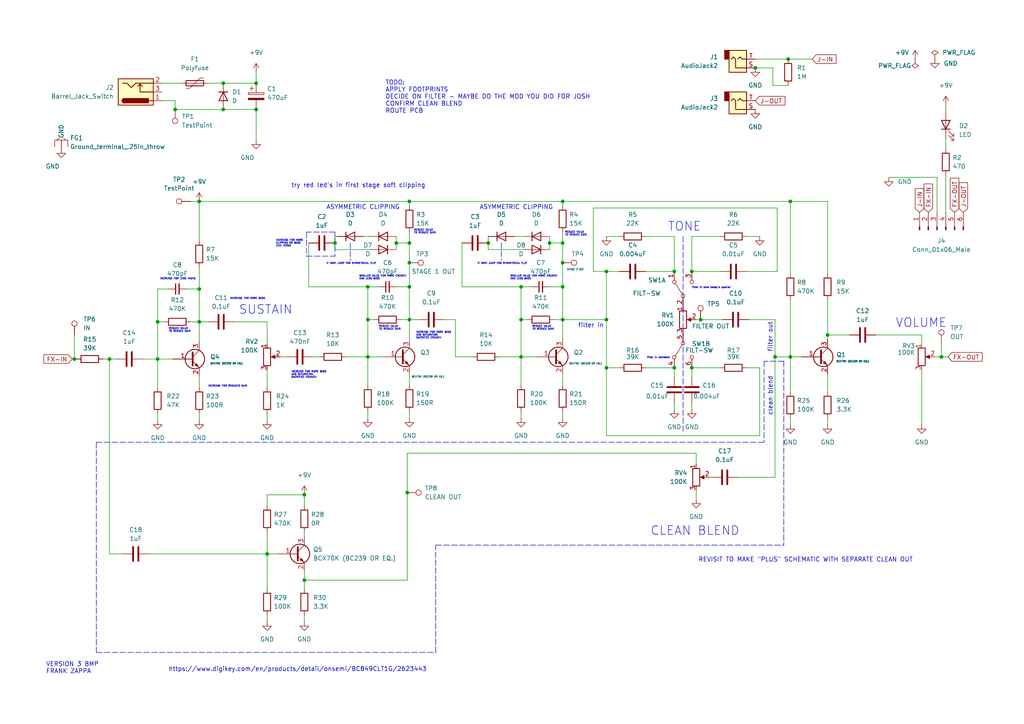
<source format=kicad_sch>
(kicad_sch (version 20211123) (generator eeschema)
  (paper "A4")
  (lib_symbols
    (symbol "1_tone-daddy:Ground_terminal_.25in_throw" (pin_numbers hide)
      (property "Reference" "FG" (at 0 0 0))
      (property "Value" "Ground_terminal_.25in_throw" (at 0 0 0))
      (symbol "Ground_terminal_.25in_throw_1_1"
        (pin input line (at 0 0 90) (length 2.54) (name "GND") (number "1"))
      )
    )
    (symbol "1_tone-daddy:R_Potentiometer" (pin_names (offset 1.016) hide)
      (property "Reference" "RV" (at -4.445 0 90))
      (property "Value" "R_Potentiometer" (at -2.54 0 90))
      (symbol "R_Potentiometer_1_1"
        (pin passive line (at 0 3.81 270) (length 1.27) (name "1") (number "1"))
        (pin passive line (at 3.81 0 180) (length 1.27) (name "2") (number "2"))
        (pin passive line (at 0 -3.81 90) (length 1.27) (name "3") (number "3"))
      )
    )
    (symbol "Connector:AudioJack2"
      (property "Reference" "J" (at 0 8.89 0))
      (property "Value" "AudioJack2" (at 0 6.35 0))
      (symbol "AudioJack2_1_1"
        (pin passive line (at 5.08 2.54 180) (length 2.54) (name "~") (number "S"))
        (pin passive line (at 5.08 0 180) (length 2.54) (name "~") (number "T"))
      )
    )
    (symbol "Connector:Barrel_Jack_Switch" (pin_names hide)
      (property "Reference" "J" (at 0 5.334 0))
      (property "Value" "Barrel_Jack_Switch" (at 0 -5.08 0))
      (symbol "Barrel_Jack_Switch_1_1"
        (pin passive line (at 7.62 2.54 180) (length 2.54) (name "~") (number "1"))
        (pin passive line (at 7.62 -2.54 180) (length 2.54) (name "~") (number "2"))
        (pin passive line (at 7.62 0 180) (length 2.54) (name "~") (number "3"))
      )
    )
    (symbol "Connector:Conn_01x06_Male" (pin_names (offset 1.016) hide)
      (property "Reference" "J" (at 0 7.62 0))
      (property "Value" "Conn_01x06_Male" (at 0 -10.16 0))
      (symbol "Conn_01x06_Male_1_1"
        (pin passive line (at 5.08 5.08 180) (length 3.81) (name "Pin_1") (number "1"))
        (pin passive line (at 5.08 2.54 180) (length 3.81) (name "Pin_2") (number "2"))
        (pin passive line (at 5.08 0 180) (length 3.81) (name "Pin_3") (number "3"))
        (pin passive line (at 5.08 -2.54 180) (length 3.81) (name "Pin_4") (number "4"))
        (pin passive line (at 5.08 -5.08 180) (length 3.81) (name "Pin_5") (number "5"))
        (pin passive line (at 5.08 -7.62 180) (length 3.81) (name "Pin_6") (number "6"))
      )
    )
    (symbol "Connector:TestPoint" (pin_numbers hide) (pin_names (offset 0.762) hide)
      (property "Reference" "TP" (at 0 6.858 0))
      (property "Value" "TestPoint" (at 0 5.08 0))
      (symbol "TestPoint_1_1"
        (pin passive line (at 0 0 90) (length 2.54) (name "1") (number "1"))
      )
    )
    (symbol "Device:C" (pin_numbers hide) (pin_names (offset 0.254))
      (property "Reference" "C" (at 0.635 2.54 0))
      (property "Value" "C" (at 0.635 -2.54 0))
      (symbol "C_1_1"
        (pin passive line (at 0 3.81 270) (length 2.794) (name "~") (number "1"))
        (pin passive line (at 0 -3.81 90) (length 2.794) (name "~") (number "2"))
      )
    )
    (symbol "Device:C_Polarized" (pin_numbers hide) (pin_names (offset 0.254))
      (property "Reference" "C" (at 0.635 2.54 0))
      (property "Value" "C_Polarized" (at 0.635 -2.54 0))
      (symbol "C_Polarized_1_1"
        (pin passive line (at 0 3.81 270) (length 2.794) (name "~") (number "1"))
        (pin passive line (at 0 -3.81 90) (length 2.794) (name "~") (number "2"))
      )
    )
    (symbol "Device:C_Small" (pin_numbers hide) (pin_names (offset 0.254) hide)
      (property "Reference" "C" (at 0.254 1.778 0))
      (property "Value" "C_Small" (at 0.254 -2.032 0))
      (symbol "C_Small_1_1"
        (pin passive line (at 0 2.54 270) (length 2.032) (name "~") (number "1"))
        (pin passive line (at 0 -2.54 90) (length 2.032) (name "~") (number "2"))
      )
    )
    (symbol "Device:D" (pin_numbers hide) (pin_names (offset 1.016) hide)
      (property "Reference" "D" (at 0 2.54 0))
      (property "Value" "D" (at 0 -2.54 0))
      (symbol "D_1_1"
        (pin passive line (at -3.81 0 0) (length 2.54) (name "K") (number "1"))
        (pin passive line (at 3.81 0 180) (length 2.54) (name "A") (number "2"))
      )
    )
    (symbol "Device:LED" (pin_numbers hide) (pin_names (offset 1.016) hide)
      (property "Reference" "D" (at 0 2.54 0))
      (property "Value" "LED" (at 0 -2.54 0))
      (symbol "LED_1_1"
        (pin passive line (at -3.81 0 0) (length 2.54) (name "K") (number "1"))
        (pin passive line (at 3.81 0 180) (length 2.54) (name "A") (number "2"))
      )
    )
    (symbol "Device:Opamp_Dual"
      (property "Reference" "U" (at 0 5.08 0))
      (property "Value" "Opamp_Dual" (at 0 -5.08 0))
      (symbol "Opamp_Dual_1_1"
        (pin output line (at 7.62 0 180) (length 2.54) (name "~") (number "1"))
        (pin input line (at -7.62 -2.54 0) (length 2.54) (name "-") (number "2"))
        (pin input line (at -7.62 2.54 0) (length 2.54) (name "+") (number "3"))
      )
      (symbol "Opamp_Dual_2_1"
        (pin input line (at -7.62 2.54 0) (length 2.54) (name "+") (number "5"))
        (pin input line (at -7.62 -2.54 0) (length 2.54) (name "-") (number "6"))
        (pin output line (at 7.62 0 180) (length 2.54) (name "~") (number "7"))
      )
      (symbol "Opamp_Dual_3_1"
        (pin power_in line (at -2.54 -7.62 90) (length 3.81) (name "V-") (number "4"))
        (pin power_in line (at -2.54 7.62 270) (length 3.81) (name "V+") (number "8"))
      )
    )
    (symbol "Device:Polyfuse" (pin_numbers hide) (pin_names (offset 0))
      (property "Reference" "F" (at -2.54 0 90))
      (property "Value" "Polyfuse" (at 2.54 0 90))
      (symbol "Polyfuse_1_1"
        (pin passive line (at 0 3.81 270) (length 1.27) (name "~") (number "1"))
        (pin passive line (at 0 -3.81 90) (length 1.27) (name "~") (number "2"))
      )
    )
    (symbol "Device:Q_NPN_BEC" (pin_names (offset 0) hide)
      (property "Reference" "Q" (at 5.08 1.27 0))
      (property "Value" "Q_NPN_BEC" (at 5.08 -1.27 0))
      (symbol "Q_NPN_BEC_1_1"
        (pin input line (at -5.08 0 0) (length 5.715) (name "B") (number "1"))
        (pin passive line (at 2.54 -5.08 90) (length 2.54) (name "E") (number "2"))
        (pin passive line (at 2.54 5.08 270) (length 2.54) (name "C") (number "3"))
      )
    )
    (symbol "Device:R" (pin_numbers hide) (pin_names (offset 0))
      (property "Reference" "R" (at 2.032 0 90))
      (property "Value" "R" (at 0 0 90))
      (symbol "R_1_1"
        (pin passive line (at 0 3.81 270) (length 1.27) (name "~") (number "1"))
        (pin passive line (at 0 -3.81 90) (length 1.27) (name "~") (number "2"))
      )
    )
    (symbol "Switch:SW_DPDT_x2" (pin_names (offset 0) hide)
      (property "Reference" "SW" (at 0 4.318 0))
      (property "Value" "SW_DPDT_x2" (at 0 -5.08 0))
      (symbol "SW_DPDT_x2_1_1"
        (pin passive line (at 5.08 2.54 180) (length 2.54) (name "A") (number "1"))
        (pin passive line (at -5.08 0 0) (length 2.54) (name "B") (number "2"))
        (pin passive line (at 5.08 -2.54 180) (length 2.54) (name "C") (number "3"))
      )
      (symbol "SW_DPDT_x2_2_1"
        (pin passive line (at 5.08 2.54 180) (length 2.54) (name "A") (number "4"))
        (pin passive line (at -5.08 0 0) (length 2.54) (name "B") (number "5"))
        (pin passive line (at 5.08 -2.54 180) (length 2.54) (name "C") (number "6"))
      )
    )
    (symbol "power:+9V" (power) (pin_names (offset 0))
      (property "Value" "+9V" (at 0 3.556 0))
      (symbol "+9V_1_1"
        (pin power_in line (at 0 0 90) (length 0) hide (name "+9V") (number "1"))
      )
    )
    (symbol "power:GND" (power) (pin_names (offset 0))
      (property "Value" "GND" (at 0 -3.81 0))
      (symbol "GND_1_1"
        (pin power_in line (at 0 0 270) (length 0) hide (name "GND") (number "1"))
      )
    )
    (symbol "power:PWR_FLAG" (power) (pin_numbers hide) (pin_names (offset 0) hide)
      (property "Value" "PWR_FLAG" (at 0 3.81 0))
      (symbol "PWR_FLAG_0_0"
        (pin power_out line (at 0 0 90) (length 0) (name "pwr") (number "1"))
      )
    )
  )
  (junction (at 224.79 103.505))
  (junction (at 163.195 70.485))
  (junction (at 151.13 92.71))
  (junction (at 163.195 58.42))
  (junction (at 64.135 266.7))
  (junction (at 74.295 24.13))
  (junction (at 163.195 83.185))
  (junction (at 141.605 70.485))
  (junction (at 203.2 92.71))
  (junction (at 229.235 103.505))
  (junction (at 106.68 103.505))
  (junction (at 64.77 24.13))
  (junction (at 151.13 103.505))
  (junction (at 200.66 106.68))
  (junction (at 21.59 104.14))
  (junction (at 118.745 92.71))
  (junction (at 159.385 70.485))
  (junction (at 273.05 103.505))
  (junction (at 31.75 104.14))
  (junction (at 163.195 76.2))
  (junction (at 57.785 83.82))
  (junction (at 163.195 92.71))
  (junction (at 200.66 78.74))
  (junction (at 10.795 234.315))
  (junction (at 240.03 97.155))
  (junction (at 106.68 92.71))
  (junction (at 175.895 106.68))
  (junction (at 106.68 83.185))
  (junction (at 50.8 31.75))
  (junction (at 24.765 234.315))
  (junction (at 45.72 104.14))
  (junction (at 175.895 78.74))
  (junction (at 57.785 58.42))
  (junction (at 64.77 31.75))
  (junction (at 118.745 58.42))
  (junction (at 74.295 31.75))
  (junction (at 81.915 256.54))
  (junction (at 55.88 254))
  (junction (at 195.58 106.68))
  (junction (at 57.785 93.345))
  (junction (at 77.47 160.655))
  (junction (at 88.265 143.51))
  (junction (at 228.6 17.145))
  (junction (at 97.155 70.485))
  (junction (at 175.895 92.71))
  (junction (at 118.11 142.875))
  (junction (at 45.72 93.345))
  (junction (at 219.075 19.685))
  (junction (at 195.58 78.74))
  (junction (at 118.745 83.185))
  (junction (at 114.935 70.485))
  (junction (at 118.745 76.2))
  (junction (at 229.235 58.42))
  (junction (at 151.13 83.185))
  (junction (at 88.265 168.275))
  (junction (at 118.745 70.485))
  (wire (pts (xy 10.795 234.315) (xy 24.765 234.315)))
  (wire (pts (xy 159.385 70.485) (xy 159.385 72.39)))
  (polyline (pts (xy 101.6 70.485) (xy 101.6 75.565)))
  (wire (pts (xy 149.225 68.58) (xy 151.765 68.58)))
  (wire (pts (xy 106.68 92.71) (xy 106.68 103.505)))
  (wire (pts (xy 60.325 24.13) (xy 64.77 24.13)))
  (wire (pts (xy 240.03 79.375) (xy 240.03 58.42)))
  (wire (pts (xy 118.745 119.38) (xy 118.745 121.285)))
  (wire (pts (xy 10.795 242.57) (xy 10.795 244.475)))
  (wire (pts (xy 225.425 60.325) (xy 172.085 60.325)))
  (wire (pts (xy 201.93 92.71) (xy 203.2 92.71)))
  (wire (pts (xy 45.72 112.395) (xy 45.72 104.14)))
  (wire (pts (xy 57.785 99.06) (xy 57.785 93.345)))
  (wire (pts (xy 141.605 68.58) (xy 141.605 70.485)))
  (wire (pts (xy 118.745 70.485) (xy 118.745 76.2)))
  (wire (pts (xy 114.935 70.485) (xy 118.745 70.485)))
  (wire (pts (xy 224.79 138.43) (xy 213.995 138.43)))
  (wire (pts (xy 78.74 266.7) (xy 81.915 266.7)))
  (wire (pts (xy 81.915 256.54) (xy 85.725 256.54)))
  (polyline (pts (xy 227.33 104.775) (xy 227.33 158.115)))
  (wire (pts (xy 217.17 92.71) (xy 224.79 92.71)))
  (wire (pts (xy 163.195 83.185) (xy 163.195 92.71)))
  (wire (pts (xy 151.13 111.76) (xy 151.13 103.505)))
  (wire (pts (xy 90.805 103.505) (xy 92.71 103.505)))
  (wire (pts (xy 200.66 68.58) (xy 208.915 68.58)))
  (wire (pts (xy 175.895 126.365) (xy 175.895 106.68)))
  (wire (pts (xy 88.265 143.51) (xy 88.265 146.685)))
  (wire (pts (xy 10.795 225.425) (xy 10.795 226.06)))
  (wire (pts (xy 229.235 58.42) (xy 240.03 58.42)))
  (polyline (pts (xy 88.9 67.31) (xy 88.9 74.295)))
  (polyline (pts (xy 145.415 70.485) (xy 145.415 75.565)))
  (wire (pts (xy 118.745 59.69) (xy 118.745 58.42)))
  (wire (pts (xy 224.155 19.685) (xy 219.075 19.685)))
  (wire (pts (xy 41.275 104.14) (xy 45.72 104.14)))
  (wire (pts (xy 225.425 78.74) (xy 225.425 60.325)))
  (wire (pts (xy 159.385 83.185) (xy 163.195 83.185)))
  (wire (pts (xy 106.68 92.71) (xy 106.68 83.185)))
  (wire (pts (xy 159.385 68.58) (xy 159.385 70.485)))
  (polyline (pts (xy 227.33 104.775) (xy 221.615 104.775)))
  (wire (pts (xy 45.72 93.345) (xy 45.72 83.82)))
  (wire (pts (xy 187.325 106.68) (xy 195.58 106.68)))
  (wire (pts (xy 55.88 250.825) (xy 55.88 254)))
  (wire (pts (xy 267.335 107.315) (xy 267.335 123.19)))
  (wire (pts (xy 159.385 70.485) (xy 163.195 70.485)))
  (wire (pts (xy 224.79 103.505) (xy 224.79 92.71)))
  (wire (pts (xy 74.295 20.955) (xy 74.295 24.13)))
  (wire (pts (xy 88.265 154.305) (xy 88.265 155.575)))
  (wire (pts (xy 151.765 72.39) (xy 141.605 72.39)))
  (wire (pts (xy 64.135 259.08) (xy 64.135 266.7)))
  (wire (pts (xy 81.915 256.54) (xy 79.375 256.54)))
  (wire (pts (xy 77.47 120.015) (xy 77.47 121.92)))
  (wire (pts (xy 175.895 68.58) (xy 179.705 68.58)))
  (wire (pts (xy 45.72 83.82) (xy 48.895 83.82)))
  (wire (pts (xy 195.58 106.68) (xy 195.58 109.22)))
  (wire (pts (xy 229.235 58.42) (xy 229.235 79.375)))
  (wire (pts (xy 201.93 142.24) (xy 201.93 144.78)))
  (wire (pts (xy 97.155 72.39) (xy 97.155 70.485)))
  (wire (pts (xy 50.8 31.75) (xy 50.8 29.21)))
  (wire (pts (xy 201.93 134.62) (xy 201.93 131.445)))
  (wire (pts (xy 105.41 68.58) (xy 107.315 68.58)))
  (wire (pts (xy 133.985 70.485) (xy 133.985 83.185)))
  (polyline (pts (xy 88.9 74.295) (xy 97.155 74.295)))
  (wire (pts (xy 163.195 76.2) (xy 163.195 83.185)))
  (wire (pts (xy 229.235 103.505) (xy 229.235 113.665)))
  (wire (pts (xy 45.72 93.345) (xy 45.72 104.14)))
  (wire (pts (xy 175.895 92.71) (xy 175.895 106.68)))
  (wire (pts (xy 67.945 93.345) (xy 77.47 93.345)))
  (wire (pts (xy 118.745 108.585) (xy 118.745 111.76)))
  (wire (pts (xy 271.145 103.505) (xy 273.05 103.505)))
  (wire (pts (xy 31.75 160.655) (xy 31.75 104.14)))
  (wire (pts (xy 114.935 70.485) (xy 114.935 72.39)))
  (wire (pts (xy 203.2 92.71) (xy 209.55 92.71)))
  (wire (pts (xy 257.81 51.435) (xy 271.78 51.435)))
  (wire (pts (xy 141.605 70.485) (xy 141.605 72.39)))
  (polyline (pts (xy 126.365 158.115) (xy 227.33 158.115)))
  (wire (pts (xy 64.135 276.225) (xy 64.135 278.765)))
  (wire (pts (xy 172.085 60.325) (xy 172.085 78.74)))
  (wire (pts (xy 45.72 120.015) (xy 45.72 121.92)))
  (wire (pts (xy 228.6 17.145) (xy 235.585 17.145)))
  (wire (pts (xy 97.79 68.58) (xy 97.155 68.58)))
  (wire (pts (xy 153.035 92.71) (xy 151.13 92.71)))
  (wire (pts (xy 10.795 233.68) (xy 10.795 234.315)))
  (wire (pts (xy 200.66 68.58) (xy 200.66 78.74)))
  (wire (pts (xy 224.79 103.505) (xy 229.235 103.505)))
  (wire (pts (xy 273.05 99.695) (xy 273.05 103.505)))
  (wire (pts (xy 274.32 40.005) (xy 274.32 43.18)))
  (wire (pts (xy 77.47 93.345) (xy 77.47 99.695)))
  (wire (pts (xy 240.03 108.585) (xy 240.03 113.665)))
  (wire (pts (xy 64.77 31.75) (xy 50.8 31.75)))
  (wire (pts (xy 57.785 58.42) (xy 57.785 69.85)))
  (wire (pts (xy 81.28 103.505) (xy 83.185 103.505)))
  (wire (pts (xy 106.68 103.505) (xy 111.125 103.505)))
  (wire (pts (xy 128.905 92.71) (xy 132.08 92.71)))
  (wire (pts (xy 151.13 83.185) (xy 154.305 83.185)))
  (wire (pts (xy 77.47 107.315) (xy 77.47 112.395)))
  (wire (pts (xy 151.13 92.71) (xy 151.13 83.185)))
  (polyline (pts (xy 97.155 73.66) (xy 97.155 74.295)))
  (wire (pts (xy 229.235 103.505) (xy 232.41 103.505)))
  (wire (pts (xy 228.6 24.765) (xy 224.155 24.765)))
  (wire (pts (xy 20.955 104.14) (xy 21.59 104.14)))
  (wire (pts (xy 116.205 92.71) (xy 118.745 92.71)))
  (wire (pts (xy 64.77 31.75) (xy 74.295 31.75)))
  (wire (pts (xy 57.785 93.345) (xy 60.325 93.345)))
  (wire (pts (xy 88.265 165.735) (xy 88.265 168.275)))
  (wire (pts (xy 107.315 72.39) (xy 97.155 72.39)))
  (wire (pts (xy 163.195 92.71) (xy 175.895 92.71)))
  (wire (pts (xy 195.58 116.84) (xy 195.58 118.745)))
  (wire (pts (xy 118.745 98.425) (xy 118.745 92.71)))
  (wire (pts (xy 172.085 78.74) (xy 175.895 78.74)))
  (wire (pts (xy 271.78 51.435) (xy 271.78 61.595)))
  (wire (pts (xy 24.765 229.87) (xy 24.765 234.315)))
  (wire (pts (xy 46.99 24.13) (xy 52.705 24.13)))
  (polyline (pts (xy 97.155 73.025) (xy 97.155 67.31)))
  (wire (pts (xy 208.915 106.68) (xy 200.66 106.68)))
  (wire (pts (xy 57.785 58.42) (xy 118.745 58.42)))
  (wire (pts (xy 53.975 254) (xy 55.88 254)))
  (wire (pts (xy 132.08 103.505) (xy 137.16 103.505)))
  (wire (pts (xy 64.135 266.7) (xy 71.12 266.7)))
  (wire (pts (xy 118.745 67.31) (xy 118.745 70.485)))
  (wire (pts (xy 274.32 50.8) (xy 274.32 61.595)))
  (wire (pts (xy 77.47 143.51) (xy 88.265 143.51)))
  (wire (pts (xy 163.195 59.69) (xy 163.195 58.42)))
  (wire (pts (xy 200.66 106.68) (xy 200.66 109.22)))
  (wire (pts (xy 89.535 70.485) (xy 89.535 83.185)))
  (wire (pts (xy 240.03 121.285) (xy 240.03 123.19)))
  (wire (pts (xy 118.745 76.2) (xy 118.745 83.185)))
  (wire (pts (xy 205.74 138.43) (xy 206.375 138.43)))
  (wire (pts (xy 229.235 86.995) (xy 229.235 103.505)))
  (wire (pts (xy 97.155 68.58) (xy 97.155 70.485)))
  (wire (pts (xy 77.47 160.655) (xy 77.47 170.815)))
  (wire (pts (xy 144.78 103.505) (xy 151.13 103.505)))
  (wire (pts (xy 88.265 178.435) (xy 88.265 180.34)))
  (wire (pts (xy 163.195 108.585) (xy 163.195 111.76)))
  (wire (pts (xy 24.765 241.935) (xy 24.765 243.84)))
  (wire (pts (xy 55.245 93.345) (xy 57.785 93.345)))
  (wire (pts (xy 163.195 119.38) (xy 163.195 121.285)))
  (wire (pts (xy 88.265 168.275) (xy 88.265 170.815)))
  (wire (pts (xy 77.47 178.435) (xy 77.47 180.34)))
  (wire (pts (xy 224.155 24.765) (xy 224.155 19.685)))
  (polyline (pts (xy 198.12 68.58) (xy 198.12 125.73)))
  (wire (pts (xy 118.745 83.185) (xy 118.745 92.71)))
  (wire (pts (xy 220.345 68.58) (xy 216.535 68.58)))
  (wire (pts (xy 45.72 104.14) (xy 50.165 104.14)))
  (wire (pts (xy 195.58 68.58) (xy 195.58 78.74)))
  (wire (pts (xy 114.935 83.185) (xy 118.745 83.185)))
  (polyline (pts (xy 27.94 128.27) (xy 27.94 189.23)))
  (wire (pts (xy 21.59 104.14) (xy 22.225 104.14)))
  (polyline (pts (xy 221.615 104.775) (xy 221.615 128.27)))
  (wire (pts (xy 88.265 168.275) (xy 118.11 168.275)))
  (wire (pts (xy 160.655 92.71) (xy 163.195 92.71)))
  (wire (pts (xy 163.195 70.485) (xy 163.195 76.2)))
  (polyline (pts (xy 221.615 128.27) (xy 27.94 128.27)))
  (wire (pts (xy 220.345 126.365) (xy 175.895 126.365)))
  (wire (pts (xy 224.79 103.505) (xy 224.79 138.43)))
  (wire (pts (xy 77.47 154.305) (xy 77.47 160.655)))
  (wire (pts (xy 229.235 121.285) (xy 229.235 123.19)))
  (wire (pts (xy 163.195 67.31) (xy 163.195 70.485)))
  (wire (pts (xy 114.935 68.58) (xy 114.935 70.485)))
  (wire (pts (xy 55.245 58.42) (xy 57.785 58.42)))
  (wire (pts (xy 77.47 146.685) (xy 77.47 143.51)))
  (wire (pts (xy 118.745 58.42) (xy 163.195 58.42)))
  (wire (pts (xy 106.68 111.76) (xy 106.68 103.505)))
  (wire (pts (xy 108.585 92.71) (xy 106.68 92.71)))
  (wire (pts (xy 53.975 83.82) (xy 57.785 83.82)))
  (wire (pts (xy 208.915 78.74) (xy 200.66 78.74)))
  (wire (pts (xy 118.11 142.875) (xy 118.11 168.275)))
  (wire (pts (xy 74.295 40.64) (xy 74.295 31.75)))
  (wire (pts (xy 35.56 160.655) (xy 31.75 160.655)))
  (wire (pts (xy 43.18 160.655) (xy 77.47 160.655)))
  (wire (pts (xy 133.985 83.185) (xy 151.13 83.185)))
  (wire (pts (xy 216.535 78.74) (xy 225.425 78.74)))
  (wire (pts (xy 273.05 103.505) (xy 274.955 103.505)))
  (wire (pts (xy 21.59 97.155) (xy 21.59 104.14)))
  (wire (pts (xy 100.33 103.505) (xy 106.68 103.505)))
  (wire (pts (xy 254 97.155) (xy 267.335 97.155)))
  (wire (pts (xy 64.135 266.7) (xy 64.135 268.605)))
  (wire (pts (xy 220.345 106.68) (xy 220.345 126.365)))
  (wire (pts (xy 57.785 77.47) (xy 57.785 83.82)))
  (wire (pts (xy 57.785 83.82) (xy 57.785 93.345)))
  (wire (pts (xy 106.68 119.38) (xy 106.68 121.285)))
  (wire (pts (xy 240.03 97.155) (xy 240.03 98.425)))
  (wire (pts (xy 77.47 160.655) (xy 80.645 160.655)))
  (wire (pts (xy 29.845 104.14) (xy 31.75 104.14)))
  (wire (pts (xy 118.745 92.71) (xy 121.285 92.71)))
  (wire (pts (xy 57.785 120.015) (xy 57.785 121.92)))
  (wire (pts (xy 163.195 98.425) (xy 163.195 92.71)))
  (wire (pts (xy 274.32 30.48) (xy 274.32 32.385)))
  (polyline (pts (xy 126.365 189.23) (xy 126.365 158.115)))
  (wire (pts (xy 240.03 86.995) (xy 240.03 97.155)))
  (wire (pts (xy 55.88 254) (xy 64.135 254)))
  (wire (pts (xy 195.58 68.58) (xy 187.325 68.58)))
  (wire (pts (xy 187.325 78.74) (xy 195.58 78.74)))
  (wire (pts (xy 179.705 106.68) (xy 175.895 106.68)))
  (wire (pts (xy 216.535 106.68) (xy 220.345 106.68)))
  (wire (pts (xy 240.03 97.155) (xy 246.38 97.155)))
  (wire (pts (xy 219.075 17.145) (xy 228.6 17.145)))
  (wire (pts (xy 118.11 131.445) (xy 118.11 142.875)))
  (wire (pts (xy 57.785 109.22) (xy 57.785 112.395)))
  (wire (pts (xy 10.795 234.315) (xy 10.795 234.95)))
  (wire (pts (xy 151.13 92.71) (xy 151.13 103.505)))
  (wire (pts (xy 50.8 29.21) (xy 46.99 29.21)))
  (wire (pts (xy 163.195 58.42) (xy 229.235 58.42)))
  (wire (pts (xy 106.68 83.185) (xy 109.855 83.185)))
  (wire (pts (xy 175.895 78.74) (xy 179.705 78.74)))
  (wire (pts (xy 175.895 78.74) (xy 175.895 92.71)))
  (polyline (pts (xy 97.155 67.31) (xy 88.9 67.31)))
  (wire (pts (xy 151.13 103.505) (xy 155.575 103.505)))
  (wire (pts (xy 64.77 24.13) (xy 74.295 24.13)))
  (wire (pts (xy 31.75 104.14) (xy 33.655 104.14)))
  (wire (pts (xy 47.625 93.345) (xy 45.72 93.345)))
  (wire (pts (xy 81.915 266.7) (xy 81.915 256.54)))
  (wire (pts (xy 45.72 254) (xy 46.355 254)))
  (polyline (pts (xy 27.94 189.23) (xy 126.365 189.23)))
  (wire (pts (xy 151.13 119.38) (xy 151.13 121.285)))
  (wire (pts (xy 132.08 92.71) (xy 132.08 103.505)))
  (wire (pts (xy 89.535 83.185) (xy 106.68 83.185)))
  (wire (pts (xy 201.93 131.445) (xy 118.11 131.445)))
  (wire (pts (xy 267.335 97.155) (xy 267.335 99.695)))
  (wire (pts (xy 200.66 116.84) (xy 200.66 118.745)))
  (text "INCREASE FOR REDUCED GAIN" (at 60.325 112.395 0) (effects (font (size 0.5 0.5)) (justify left bottom)))
  (text "INCREASE FOR MORE BASS" (at 66.675 86.995 0) (effects (font (size 0.5 0.5)) (justify left bottom)))
  (text "INCREASE FOR MORE BASS \nAND SATURATION\nSACRIFICE CRUNCH" (at 84.455 109.855 0) (effects (font (size 0.5 0.5)) (justify left bottom)))
  (text "REDUCE VALUE\nTO REDUCE GAIN" (at 48.895 96.52 0) (effects (font (size 0.5 0.5)) (justify left bottom)))
  (text "REDUCE VALUE\nTO REDUCE GAIN" (at 120.015 67.945 0) (effects (font (size 0.5 0.5)) (justify left bottom)))
  (text "REDUCE VALUE\nTO REDUCE GAIN" (at 154.305 95.885 0) (effects (font (size 0.5 0.5)) (justify left bottom)))
  (text "IF DNP: JUMP FOR SYMMETRICAL CLIP" (at 94.615 76.835 0) (effects (font (size 0.5 0.5)) (justify left bottom)))
  (text "REDUCE VALUE\nTO REDUCE GAIN" (at 163.83 68.58 0) (effects (font (size 0.5 0.5)) (justify left bottom)))
  (text "VERSION 3 BMP\nFRANK ZAPPA" (at 13.335 195.58 0) (effects (font (size 1.27 1.27)) (justify left bottom)))
  (text "INCREASE FOR MORE \nCLIPPING ON BASS \nVICE VERSA" (at 80.01 71.755 0) (effects (font (size 0.5 0.5)) (justify left bottom)))
  (text "filter in\n" (at 167.64 95.25 0) (effects (font (size 1.27 1.27)) (justify left bottom)))
  (text "IF DNP: JUMP FOR SYMMETRICAL CLIP" (at 138.43 76.835 0) (effects (font (size 0.5 0.5)) (justify left bottom)))
  (text "REDUCE VALUE\nTO REDUCE GAIN" (at 109.855 95.885 0) (effects (font (size 0.5 0.5)) (justify left bottom)))
  (text "REVISIT TO MAKE \"PLUS\" SCHEMATIC WITH SEPARATE CLEAN OUT" (at 202.565 163.195 0) (effects (font (size 1.27 1.27)) (justify left bottom)))
  (text "VOLUME\n" (at 259.715 95.25 0) (effects (font (size 2.54 2.54)) (justify left bottom)))
  (text "INCREASE FOR LESS HIGHS" (at 46.355 81.28 0) (effects (font (size 0.5 0.5)) (justify left bottom)))
  (text "SMALLER VALUE FOR MORE CRUNCH\nAND LESS BASS" (at 104.14 81.28 0) (effects (font (size 0.5 0.5)) (justify left bottom)))
  (text "filter 1: standard" (at 194.31 104.14 180) (effects (font (size 0.5 0.5)) (justify right bottom)))
  (text "INCREASE FOR MORE BASS \nAND SATURATION\nSACRIFICE CRUNCH" (at 120.65 98.425 0) (effects (font (size 0.5 0.5)) (justify left bottom)))
  (text "filter 2: tone daddy's special" (at 200.66 83.82 0) (effects (font (size 0.5 0.5)) (justify left bottom)))
  (text "SMALLER VALUE FOR MORE CRUNCH\nAND LESS BASS" (at 147.955 81.28 0) (effects (font (size 0.5 0.5)) (justify left bottom)))
  (text "CLEAN BLEND" (at 188.595 155.575 0) (effects (font (size 2.54 2.54)) (justify left bottom)))
  (text "ASYMMETRIC CLIPPING" (at 139.065 60.96 0) (effects (font (size 1.27 1.27)) (justify left bottom)))
  (text "TODO:\nAPPLY FOOTPRINTS\nDECIDE ON FILTER - MAYBE DO THE MOD YOU DID FOR JOSH\nCONFIRM CLEAN BLEND\nROUTE PCB" (at 111.76 33.02 0) (effects (font (size 1.27 1.27)) (justify left bottom)))
  (text "ASYMMETRIC CLIPPING" (at 94.615 60.96 0) (effects (font (size 1.27 1.27)) (justify left bottom)))
  (text "clean blend\n" (at 224.155 120.65 90) (effects (font (size 1.27 1.27)) (justify left bottom)))
  (text "SUSTAIN" (at 69.215 91.44 0) (effects (font (size 2.54 2.54)) (justify left bottom)))
  (text "TONE\n" (at 193.675 67.31 0) (effects (font (size 2.54 2.54)) (justify left bottom)))
  (text "try red led's in first stage soft clipping" (at 84.455 54.61 0) (effects (font (size 1.27 1.27)) (justify left bottom)))
  (text "filter out" (at 224.155 102.235 90) (effects (font (size 1.27 1.27)) (justify left bottom)))
  (text "https://www.digikey.com/en/products/detail/onsemi/BC849CLT1G/2623443" (at 48.895 194.945 0) (effects (font (size 1.27 1.27)) (justify left bottom)))
  (global_label "J-IN" (shape input) (at 266.7 61.595 90) (property "Intersheet References" "${INTERSHEET_REFS}" (effects hide)))
  (global_label "FX-OUT" (shape input) (at 276.86 61.595 90) (property "Intersheet References" "${INTERSHEET_REFS}" (effects hide)))
  (global_label "FX-IN" (shape input) (at 269.24 61.595 90) (property "Intersheet References" "${INTERSHEET_REFS}" (effects hide)))
  (global_label "J-IN" (shape input) (at 235.585 17.145 0) (property "Intersheet References" "${INTERSHEET_REFS}" (effects hide)))
  (global_label "vref" (shape input) (at 24.765 229.87 90) (property "Intersheet References" "${INTERSHEET_REFS}" (effects hide)))
  (global_label "vref" (shape input) (at 55.88 243.205 90) (property "Intersheet References" "${INTERSHEET_REFS}" (effects hide)))
  (global_label "FX-IN" (shape input) (at 20.955 104.14 180) (property "Intersheet References" "${INTERSHEET_REFS}" (effects hide)))
  (global_label "FX-OUT" (shape input) (at 274.955 103.505 0) (property "Intersheet References" "${INTERSHEET_REFS}" (effects hide)))
  (global_label "J-OUT" (shape input) (at 219.075 29.21 0) (property "Intersheet References" "${INTERSHEET_REFS}" (effects hide)))
  (global_label "J-OUT" (shape input) (at 279.4 61.595 90) (property "Intersheet References" "${INTERSHEET_REFS}" (effects hide)))
  (symbol (lib_id "Connector:Conn_01x06_Male") (at 271.78 66.675 90) (unit 1)
    (property "Reference" "J4" (at 273.05 69.85 90))
    (property "Value" "Conn_01x06_Male" (at 273.05 72.39 90))
    (property "Footprint" "1_tone-daddy:1x06" (effects hide))
  )
  (symbol (lib_id "Device:Opamp_Dual") (at 147.955 241.935 0) (unit 3)
    (property "Reference" "U?" (at 146.05 240.6649 0) (effects (justify left)))
    (property "Value" "Opamp_Dual" (at 146.05 243.2049 0) (effects (justify left)))
  )
  (symbol (lib_id "Device:D") (at 111.125 68.58 0) (unit 1)
    (property "Reference" "D4" (at 111.125 62.23 0))
    (property "Value" "D" (at 111.125 64.77 0))
    (property "Footprint" "Diode_SMD:D_SOD-123" (effects hide))
  )
  (symbol (lib_id "power:PWR_FLAG") (at 265.43 17.145 180) (unit 1)
    (property "Reference" "#FLG01" (effects hide))
    (property "Value" "PWR_FLAG" (at 254.635 19.05 0) (effects (justify right)))
  )
  (symbol (lib_id "Device:C") (at 137.795 70.485 90) (unit 1)
    (property "Reference" "C3" (at 137.795 62.865 90))
    (property "Value" "1uF" (at 137.795 65.405 90))
    (property "Footprint" "Capacitor_SMD:C_1210_3225Metric" (effects hide))
  )
  (symbol (lib_id "power:+9V") (at 10.795 225.425 0) (unit 1)
    (property "Reference" "#PWR?" (effects hide))
    (property "Value" "+9V" (at 10.795 219.71 0))
  )
  (symbol (lib_id "Device:R") (at 112.395 92.71 90) (unit 1)
    (property "Reference" "R10" (at 112.395 86.36 90))
    (property "Value" "470K" (at 112.395 88.9 90))
    (property "Footprint" "Resistor_SMD:R_0805_2012Metric" (effects hide))
  )
  (symbol (lib_id "Device:C") (at 89.535 256.54 90) (unit 1)
    (property "Reference" "C?" (at 89.535 248.92 90))
    (property "Value" "1uF" (at 89.535 251.46 90))
    (property "Footprint" "Capacitor_SMD:C_1210_3225Metric" (effects hide))
  )
  (symbol (lib_id "Device:R") (at 183.515 106.68 270) (unit 1)
    (property "Reference" "R16" (at 183.515 101.6 90))
    (property "Value" "39K" (at 183.515 103.505 90))
    (property "Footprint" "Resistor_SMD:R_0805_2012Metric" (effects hide))
  )
  (symbol (lib_id "Connector:TestPoint") (at 50.8 31.75 180) (unit 1)
    (property "Reference" "TP1" (at 52.705 33.7819 0) (effects (justify right)))
    (property "Value" "TestPoint" (at 52.705 36.3219 0) (effects (justify right)))
    (property "Footprint" "TestPoint:TestPoint_Loop_D1.80mm_Drill1.0mm_Beaded" (effects hide))
  )
  (symbol (lib_id "Device:C") (at 86.995 103.505 90) (unit 1)
    (property "Reference" "C13" (at 86.995 96.52 90))
    (property "Value" "470nF" (at 86.995 99.06 90))
    (property "Footprint" "Capacitor_SMD:C_1210_3225Metric" (effects hide))
  )
  (symbol (lib_id "Device:C_Small") (at 156.845 83.185 90) (unit 1)
    (property "Reference" "C7" (at 156.8513 76.2 90))
    (property "Value" "470pF" (at 156.8513 78.74 90))
    (property "Footprint" "Capacitor_SMD:C_0805_2012Metric" (effects hide))
  )
  (symbol (lib_id "Connector:AudioJack2") (at 213.995 17.145 0) (mirror x) (unit 1)
    (property "Reference" "J1" (at 208.28 16.5099 0) (effects (justify right)))
    (property "Value" "AudioJack2" (at 208.28 19.0499 0) (effects (justify right)))
    (property "Footprint" "1_tone-daddy:4080009" (effects hide))
  )
  (symbol (lib_id "Device:LED") (at 274.32 36.195 90) (unit 1)
    (property "Reference" "D2" (at 278.13 36.5124 90) (effects (justify right)))
    (property "Value" "LED" (at 278.13 39.0524 90) (effects (justify right)))
    (property "Footprint" "LED_THT:LED_D5.0mm" (effects hide))
  )
  (symbol (lib_id "Connector:TestPoint") (at 55.245 58.42 90) (unit 1)
    (property "Reference" "TP2" (at 51.943 52.07 90))
    (property "Value" "TestPoint" (at 51.943 54.61 90))
    (property "Footprint" "TestPoint:TestPoint_Loop_D1.80mm_Drill1.0mm_Beaded" (effects hide))
  )
  (symbol (lib_id "Device:R") (at 64.135 272.415 180) (unit 1)
    (property "Reference" "R?" (at 66.675 271.1449 0) (effects (justify right)))
    (property "Value" "100K" (at 66.675 273.6849 0) (effects (justify right)))
    (property "Footprint" "Resistor_SMD:R_0805_2012Metric" (effects hide))
  )
  (symbol (lib_id "power:GND") (at 220.345 68.58 0) (unit 1)
    (property "Reference" "#PWR012" (effects hide))
    (property "Value" "GND" (at 220.345 73.66 0))
  )
  (symbol (lib_id "Device:C") (at 200.66 113.03 0) (mirror x) (unit 1)
    (property "Reference" "C16" (at 207.645 111.76 0) (effects (justify right)))
    (property "Value" "0.004uF" (at 208.915 114.935 0) (effects (justify right)))
    (property "Footprint" "Capacitor_SMD:C_0805_2012Metric" (effects hide))
  )
  (symbol (lib_id "power:+9V") (at 57.785 58.42 0) (unit 1)
    (property "Reference" "#PWR010" (effects hide))
    (property "Value" "+9V" (at 57.785 52.705 0))
  )
  (symbol (lib_id "Device:Q_NPN_BEC") (at 237.49 103.505 0) (unit 1)
    (property "Reference" "Q1" (at 242.57 102.8699 0) (effects (justify left)))
    (property "Value" "BCX70K (BC239 OR EQ.)" (at 242.57 104.775 0) (effects (font (size 0.5 0.5)) (justify left)))
    (property "Footprint" "Package_TO_SOT_SMD:SOT-23" (effects hide))
  )
  (symbol (lib_id "power:+9V") (at 88.265 143.51 0) (unit 1)
    (property "Reference" "#PWR025" (effects hide))
    (property "Value" "+9V" (at 88.265 137.795 0))
  )
  (symbol (lib_id "Switch:SW_DPDT_x2") (at 198.12 101.6 90) (mirror x) (unit 2)
    (property "Reference" "SW1" (at 200.66 99.695 90) (effects (justify right)))
    (property "Value" "FILT-SW" (at 198.755 101.6 90) (effects (justify right)))
    (property "Footprint" "1_tone-daddy:DPDT_GRAYHILL-78K01T" (effects hide))
  )
  (symbol (lib_id "Device:C") (at 250.19 97.155 90) (unit 1)
    (property "Reference" "C12" (at 250.19 90.17 90))
    (property "Value" "1uF" (at 250.19 92.71 90))
    (property "Footprint" "Capacitor_SMD:C_1210_3225Metric" (effects hide))
  )
  (symbol (lib_id "Device:R") (at 57.785 73.66 180) (unit 1)
    (property "Reference" "R7" (at 59.69 72.3899 0) (effects (justify right)))
    (property "Value" "15K" (at 59.69 74.9299 0) (effects (justify right)))
    (property "Footprint" "Resistor_SMD:R_0805_2012Metric" (effects hide))
  )
  (symbol (lib_id "Device:C") (at 195.58 113.03 180) (unit 1)
    (property "Reference" "C15" (at 188.595 111.76 0) (effects (justify right)))
    (property "Value" "0.01uF" (at 187.325 114.935 0) (effects (justify right)))
    (property "Footprint" "Capacitor_SMD:C_0805_2012Metric" (effects hide))
  )
  (symbol (lib_id "Device:R") (at 26.035 104.14 90) (unit 1)
    (property "Reference" "R15" (at 26.035 98.425 90))
    (property "Value" "39K" (at 26.035 100.965 90))
    (property "Footprint" "Resistor_SMD:R_0805_2012Metric" (effects hide))
  )
  (symbol (lib_id "Device:Opamp_Dual") (at 71.755 256.54 0) (unit 1)
    (property "Reference" "U?" (at 71.755 245.745 0))
    (property "Value" "Opamp_Dual" (at 71.755 248.285 0))
  )
  (symbol (lib_id "Device:D") (at 101.6 68.58 0) (unit 1)
    (property "Reference" "D3" (at 101.6 62.23 0))
    (property "Value" "D" (at 101.6 64.77 0))
    (property "Footprint" "Diode_SMD:D_SOD-123" (effects hide))
  )
  (symbol (lib_id "power:GND") (at 24.765 243.84 0) (unit 1)
    (property "Reference" "#PWR?" (effects hide))
    (property "Value" "GND" (at 24.765 248.92 0))
  )
  (symbol (lib_id "Device:R") (at 96.52 103.505 270) (unit 1)
    (property "Reference" "R13" (at 96.52 97.155 90))
    (property "Value" "10K" (at 96.52 99.695 90))
    (property "Footprint" "Resistor_SMD:R_0805_2012Metric" (effects hide))
  )
  (symbol (lib_id "Device:C_Polarized") (at 24.765 238.125 0) (unit 1)
    (property "Reference" "C?" (at 27.94 235.9659 0) (effects (justify left)))
    (property "Value" "470uF" (at 27.94 238.5059 0) (effects (justify left)))
    (property "Footprint" "Capacitor_SMD:CP_Elec_6.3x5.7" (effects hide))
  )
  (symbol (lib_id "Device:R") (at 229.235 117.475 0) (unit 1)
    (property "Reference" "R25" (at 231.14 116.2049 0) (effects (justify left)))
    (property "Value" "100K" (at 231.14 118.7449 0) (effects (justify left)))
    (property "Footprint" "Resistor_SMD:R_0805_2012Metric" (effects hide))
  )
  (symbol (lib_id "Device:R") (at 156.845 92.71 90) (unit 1)
    (property "Reference" "R11" (at 156.845 86.36 90))
    (property "Value" "470K" (at 156.845 88.9 90))
    (property "Footprint" "Resistor_SMD:R_0805_2012Metric" (effects hide))
  )
  (symbol (lib_id "power:+9V") (at 265.43 17.145 0) (unit 1)
    (property "Reference" "#PWR01" (effects hide))
    (property "Value" "+9V" (at 261.62 15.24 0))
  )
  (symbol (lib_id "power:+9V") (at 274.32 30.48 0) (unit 1)
    (property "Reference" "#PWR05" (effects hide))
    (property "Value" "+9V" (at 274.32 24.765 0))
  )
  (symbol (lib_id "Device:C") (at 64.135 93.345 90) (unit 1)
    (property "Reference" "C11" (at 64.135 86.36 90))
    (property "Value" "0.1uF" (at 64.135 88.9 90))
    (property "Footprint" "Capacitor_SMD:C_0805_2012Metric" (effects hide))
  )
  (symbol (lib_id "Device:D") (at 145.415 68.58 0) (unit 1)
    (property "Reference" "D5" (at 145.415 62.23 0))
    (property "Value" "D" (at 145.415 64.77 0))
    (property "Footprint" "Diode_SMD:D_SOD-123" (effects hide))
  )
  (symbol (lib_id "power:GND") (at 77.47 121.92 0) (unit 1)
    (property "Reference" "#PWR021" (effects hide))
    (property "Value" "GND" (at 77.47 127 0))
  )
  (symbol (lib_id "Device:R") (at 274.32 46.99 180) (unit 1)
    (property "Reference" "R2" (at 276.225 45.7199 0) (effects (justify right)))
    (property "Value" "470" (at 276.225 48.2599 0) (effects (justify right)))
    (property "Footprint" "Resistor_SMD:R_0805_2012Metric" (effects hide))
  )
  (symbol (lib_id "Device:R") (at 45.72 116.205 180) (unit 1)
    (property "Reference" "R22" (at 48.26 114.9349 0) (effects (justify right)))
    (property "Value" "47K" (at 48.26 117.4749 0) (effects (justify right)))
    (property "Footprint" "Resistor_SMD:R_0805_2012Metric" (effects hide))
  )
  (symbol (lib_id "power:GND") (at 74.295 40.64 0) (unit 1)
    (property "Reference" "#PWR07" (effects hide))
    (property "Value" "GND" (at 71.755 45.72 0))
  )
  (symbol (lib_id "Device:R") (at 88.265 150.495 0) (unit 1)
    (property "Reference" "R28" (at 90.17 149.2249 0) (effects (justify left)))
    (property "Value" "0R" (at 90.17 151.7649 0) (effects (justify left)))
    (property "Footprint" "Resistor_SMD:R_0805_2012Metric" (effects hide))
  )
  (symbol (lib_id "1_tone-daddy:R_Potentiometer") (at 77.47 103.505 0) (unit 1)
    (property "Reference" "RV2" (at 74.93 99.06 0) (effects (justify right)))
    (property "Value" "100K" (at 74.93 101.6 0) (effects (justify right)))
    (property "Footprint" "1_tone-daddy:16MM POT STANDARD" (effects hide))
    (property "Datasheet" "https://www.taydaelectronics.com/datasheets/files/A-5415-1.pdf" (effects hide))
  )
  (symbol (lib_id "power:+9V") (at 74.295 20.955 0) (unit 1)
    (property "Reference" "#PWR04" (effects hide))
    (property "Value" "+9V" (at 74.295 15.24 0))
  )
  (symbol (lib_id "power:GND") (at 271.145 17.145 0) (unit 1)
    (property "Reference" "#PWR02" (effects hide))
    (property "Value" "GND" (at 273.685 18.4149 0) (effects (justify left)))
  )
  (symbol (lib_id "Device:C_Small") (at 112.395 83.185 90) (unit 1)
    (property "Reference" "C6" (at 112.4013 76.2 90))
    (property "Value" "470pF" (at 112.4013 78.74 90))
    (property "Footprint" "Capacitor_SMD:C_0805_2012Metric" (effects hide))
  )
  (symbol (lib_id "Device:C_Polarized") (at 74.295 27.94 0) (unit 1)
    (property "Reference" "C1" (at 77.47 25.7809 0) (effects (justify left)))
    (property "Value" "470uF" (at 77.47 28.3209 0) (effects (justify left)))
    (property "Footprint" "Capacitor_SMD:CP_Elec_6.3x5.7" (effects hide))
  )
  (symbol (lib_id "Connector:TestPoint") (at 273.05 99.695 0) (unit 1)
    (property "Reference" "TP7" (at 275.59 95.1229 0) (effects (justify left)))
    (property "Value" "OUT" (at 275.59 97.6629 0) (effects (justify left)))
    (property "Footprint" "TestPoint:TestPoint_Loop_D1.80mm_Drill1.0mm_Beaded" (effects hide))
  )
  (symbol (lib_id "power:PWR_FLAG") (at 271.145 17.145 0) (unit 1)
    (property "Reference" "#FLG02" (effects hide))
    (property "Value" "PWR_FLAG" (at 278.13 15.24 0))
  )
  (symbol (lib_id "Device:C") (at 213.36 92.71 90) (unit 1)
    (property "Reference" "C10" (at 213.36 85.09 90))
    (property "Value" "0.1uF" (at 213.36 87.63 90))
    (property "Footprint" "Capacitor_SMD:C_0805_2012Metric" (effects hide))
  )
  (symbol (lib_id "Connector:TestPoint") (at 21.59 97.155 0) (unit 1)
    (property "Reference" "TP6" (at 24.13 92.5829 0) (effects (justify left)))
    (property "Value" "IN" (at 24.13 95.1229 0) (effects (justify left)))
    (property "Footprint" "TestPoint:TestPoint_Loop_D1.80mm_Drill1.0mm_Beaded" (effects hide))
  )
  (symbol (lib_id "power:GND") (at 195.58 118.745 0) (unit 1)
    (property "Reference" "#PWR013" (effects hide))
    (property "Value" "GND" (at 195.58 123.825 0))
  )
  (symbol (lib_id "Device:R") (at 212.725 106.68 90) (mirror x) (unit 1)
    (property "Reference" "R17" (at 212.725 101.6 90))
    (property "Value" "39K" (at 212.725 103.505 90))
    (property "Footprint" "Resistor_SMD:R_0805_2012Metric" (effects hide))
  )
  (symbol (lib_id "Device:C_Small") (at 51.435 83.82 90) (unit 1)
    (property "Reference" "C8" (at 51.4413 76.835 90))
    (property "Value" "470pF" (at 51.4413 79.375 90))
    (property "Footprint" "Capacitor_SMD:C_0805_2012Metric" (effects hide))
  )
  (symbol (lib_id "1_tone-daddy:Ground_terminal_.25in_throw") (at 17.78 43.18 0) (unit 1)
    (property "Reference" "FG1" (at 20.32 40.0049 0) (effects (justify left)))
    (property "Value" "Ground_terminal_.25in_throw" (at 20.32 42.5449 0) (effects (justify left)))
    (property "Footprint" "1_tone-daddy:SPRING CONTACT KEYSTONE-629" (effects hide))
    (property "Datasheet" "https://www.digikey.com/en/htmldatasheets/production/847286/0/0/1/629-drawing.html?site=US&lang=en&cur=USD" (effects hide))
  )
  (symbol (lib_id "Device:C") (at 212.725 78.74 270) (mirror x) (unit 1)
    (property "Reference" "C5" (at 212.725 71.12 90))
    (property "Value" "0.01uF" (at 212.725 73.66 90))
    (property "Footprint" "Capacitor_SMD:C_0805_2012Metric" (effects hide))
  )
  (symbol (lib_id "Device:R") (at 240.03 83.185 0) (unit 1)
    (property "Reference" "R9" (at 242.57 81.9149 0) (effects (justify left)))
    (property "Value" "15K" (at 242.57 84.4549 0) (effects (justify left)))
    (property "Footprint" "Resistor_SMD:R_0805_2012Metric" (effects hide))
  )
  (symbol (lib_id "power:GND") (at 106.68 121.285 0) (unit 1)
    (property "Reference" "#PWR015" (effects hide))
    (property "Value" "GND" (at 106.68 126.365 0))
  )
  (symbol (lib_id "Device:R") (at 212.725 68.58 270) (mirror x) (unit 1)
    (property "Reference" "R6" (at 212.725 62.23 90))
    (property "Value" "22K" (at 212.725 64.77 90))
    (property "Footprint" "Resistor_SMD:R_0805_2012Metric" (effects hide))
  )
  (symbol (lib_id "Device:R") (at 57.785 116.205 180) (unit 1)
    (property "Reference" "R23" (at 59.69 114.9349 0) (effects (justify right)))
    (property "Value" "100R" (at 59.69 117.4749 0) (effects (justify right)))
    (property "Footprint" "Resistor_SMD:R_0805_2012Metric" (effects hide))
  )
  (symbol (lib_id "power:GND") (at 257.81 51.435 0) (unit 1)
    (property "Reference" "#PWR09" (effects hide))
    (property "Value" "GND" (at 260.35 52.7049 0) (effects (justify left)))
  )
  (symbol (lib_id "Device:Q_NPN_BEC") (at 160.655 103.505 0) (unit 1)
    (property "Reference" "Q2" (at 166.37 102.2349 0) (effects (justify left)))
    (property "Value" "BCX70K (BC239 OR EQ.)" (at 165.1 105.41 0) (effects (font (size 0.5 0.5)) (justify left)))
    (property "Footprint" "Package_TO_SOT_SMD:SOT-23" (effects hide))
  )
  (symbol (lib_id "Device:R") (at 10.795 229.87 0) (unit 1)
    (property "Reference" "R?" (at 12.7 228.5999 0) (effects (justify left)))
    (property "Value" "100K" (at 12.7 231.1399 0) (effects (justify left)))
    (property "Footprint" "Resistor_SMD:R_0805_2012Metric" (effects hide))
  )
  (symbol (lib_id "Device:R") (at 77.47 174.625 0) (unit 1)
    (property "Reference" "R29" (at 79.375 173.3549 0) (effects (justify left)))
    (property "Value" "100K" (at 79.375 175.8949 0) (effects (justify left)))
    (property "Footprint" "Resistor_SMD:R_0805_2012Metric" (effects hide))
  )
  (symbol (lib_id "Device:Polyfuse") (at 56.515 24.13 90) (unit 1)
    (property "Reference" "F1" (at 56.515 17.145 90))
    (property "Value" "Polyfuse" (at 56.515 19.685 90))
    (property "Footprint" "Fuse:Fuse_1206_3216Metric" (effects hide))
  )
  (symbol (lib_id "Connector:TestPoint") (at 118.11 142.875 270) (unit 1)
    (property "Reference" "TP8" (at 123.19 141.6049 90) (effects (justify left)))
    (property "Value" "CLEAN OUT" (at 123.19 144.1449 90) (effects (justify left)))
    (property "Footprint" "TestPoint:TestPoint_Loop_D1.80mm_Drill1.0mm_Beaded" (effects hide))
  )
  (symbol (lib_id "Connector:TestPoint") (at 163.195 76.2 270) (unit 1)
    (property "Reference" "TP4" (at 165.735 73.66 90) (effects (justify left)))
    (property "Value" "STAGE 2 OUT" (at 164.465 78.105 90) (effects (font (size 0.5 0.5)) (justify left)))
    (property "Footprint" "TestPoint:TestPoint_Loop_D1.80mm_Drill1.0mm_Beaded" (effects hide))
  )
  (symbol (lib_id "power:GND") (at 201.93 144.78 0) (unit 1)
    (property "Reference" "#PWR026" (effects hide))
    (property "Value" "GND" (at 201.93 149.86 0))
  )
  (symbol (lib_id "Device:D") (at 111.125 72.39 180) (unit 1)
    (property "Reference" "D7" (at 106.68 71.12 0))
    (property "Value" "D" (at 106.68 73.66 0))
    (property "Footprint" "Diode_SMD:D_SOD-123" (effects hide))
  )
  (symbol (lib_id "Device:R") (at 240.03 117.475 0) (unit 1)
    (property "Reference" "R26" (at 242.57 116.2049 0) (effects (justify left)))
    (property "Value" "3.3K" (at 242.57 118.7449 0) (effects (justify left)))
    (property "Footprint" "Resistor_SMD:R_0805_2012Metric" (effects hide))
  )
  (symbol (lib_id "power:GND") (at 240.03 123.19 0) (unit 1)
    (property "Reference" "#PWR023" (effects hide))
    (property "Value" "GND" (at 240.03 128.27 0))
  )
  (symbol (lib_id "Device:Q_NPN_BEC") (at 55.245 104.14 0) (unit 1)
    (property "Reference" "Q4" (at 60.96 103.5049 0) (effects (justify left)))
    (property "Value" "BCX70K (BC239 OR EQ.)" (at 60.96 105.41 0) (effects (font (size 0.5 0.5)) (justify left)))
    (property "Footprint" "Package_TO_SOT_SMD:SOT-23" (effects hide))
    (property "Datasheet" "https://www.mouser.com/ProductDetail/Nexperia/BCX70K215?qs=me8TqzrmIYVtthXVi8Z1gQ%3D%3D" (effects hide))
  )
  (symbol (lib_id "Device:Q_NPN_BEC") (at 116.205 103.505 0) (unit 1)
    (property "Reference" "Q3" (at 121.92 102.2349 0) (effects (justify left)))
    (property "Value" "BCX70K (BC239 OR EQ.)" (at 119.38 109.22 0) (effects (font (size 0.5 0.5)) (justify left)))
    (property "Footprint" "Package_TO_SOT_SMD:SOT-23" (effects hide))
  )
  (symbol (lib_id "Device:C") (at 125.095 92.71 90) (unit 1)
    (property "Reference" "C9" (at 125.095 85.09 90))
    (property "Value" "0.1uF" (at 125.095 87.63 90))
    (property "Footprint" "Capacitor_SMD:C_0805_2012Metric" (effects hide))
  )
  (symbol (lib_id "Device:R") (at 118.745 63.5 180) (unit 1)
    (property "Reference" "R3" (at 120.65 62.2299 0) (effects (justify right)))
    (property "Value" "15K" (at 120.65 64.7699 0) (effects (justify right)))
    (property "Footprint" "Resistor_SMD:R_0805_2012Metric" (effects hide))
  )
  (symbol (lib_id "Device:R") (at 77.47 116.205 180) (unit 1)
    (property "Reference" "R24" (at 80.01 114.9349 0) (effects (justify right)))
    (property "Value" "1K" (at 80.01 117.4749 0) (effects (justify right)))
    (property "Footprint" "Resistor_SMD:R_0805_2012Metric" (effects hide))
  )
  (symbol (lib_id "Device:R") (at 163.195 115.57 180) (unit 1)
    (property "Reference" "R21" (at 165.1 114.2999 0) (effects (justify right)))
    (property "Value" "150R" (at 165.1 116.8399 0) (effects (justify right)))
    (property "Footprint" "Resistor_SMD:R_0805_2012Metric" (effects hide))
  )
  (symbol (lib_id "power:GND") (at 151.13 121.285 0) (unit 1)
    (property "Reference" "#PWR017" (effects hide))
    (property "Value" "GND" (at 151.13 126.365 0))
  )
  (symbol (lib_id "Device:C") (at 37.465 104.14 90) (unit 1)
    (property "Reference" "C14" (at 37.465 96.52 90))
    (property "Value" "1uF" (at 37.465 99.06 90))
    (property "Footprint" "Capacitor_SMD:C_1210_3225Metric" (effects hide))
  )
  (symbol (lib_id "power:GND") (at 229.235 123.19 0) (unit 1)
    (property "Reference" "#PWR022" (effects hide))
    (property "Value" "GND" (at 229.235 128.27 0))
  )
  (symbol (lib_id "power:GND") (at 175.895 68.58 0) (unit 1)
    (property "Reference" "#PWR011" (effects hide))
    (property "Value" "GND" (at 175.895 73.66 0))
  )
  (symbol (lib_id "power:GND") (at 10.795 244.475 0) (unit 1)
    (property "Reference" "#PWR?" (effects hide))
    (property "Value" "GND" (at 10.795 249.555 0))
  )
  (symbol (lib_id "power:GND") (at 219.075 31.75 0) (unit 1)
    (property "Reference" "#PWR06" (effects hide))
    (property "Value" "GND" (at 219.075 36.83 0))
  )
  (symbol (lib_id "Device:C") (at 183.515 78.74 90) (unit 1)
    (property "Reference" "C4" (at 183.515 71.12 90))
    (property "Value" "0.004uF" (at 183.515 73.66 90))
    (property "Footprint" "Capacitor_SMD:C_0805_2012Metric" (effects hide))
  )
  (symbol (lib_id "Device:R") (at 106.68 115.57 180) (unit 1)
    (property "Reference" "R18" (at 109.22 114.2999 0) (effects (justify right)))
    (property "Value" "100K" (at 109.22 116.8399 0) (effects (justify right)))
    (property "Footprint" "Resistor_SMD:R_0805_2012Metric" (effects hide))
  )
  (symbol (lib_id "Device:R") (at 163.195 63.5 180) (unit 1)
    (property "Reference" "R4" (at 165.1 62.2299 0) (effects (justify right)))
    (property "Value" "15K" (at 165.1 64.7699 0) (effects (justify right)))
    (property "Footprint" "Resistor_SMD:R_0805_2012Metric" (effects hide))
  )
  (symbol (lib_id "power:GND") (at 45.72 121.92 0) (unit 1)
    (property "Reference" "#PWR019" (effects hide))
    (property "Value" "GND" (at 45.72 127 0))
  )
  (symbol (lib_id "power:GND") (at 88.265 180.34 0) (unit 1)
    (property "Reference" "#PWR028" (effects hide))
    (property "Value" "GND" (at 88.265 185.42 0))
  )
  (symbol (lib_id "Device:Opamp_Dual") (at 121.285 263.525 0) (unit 2)
    (property "Reference" "U?" (at 121.285 253.365 0))
    (property "Value" "Opamp_Dual" (at 121.285 255.905 0))
  )
  (symbol (lib_id "Device:Q_NPN_BEC") (at 85.725 160.655 0) (unit 1)
    (property "Reference" "Q5" (at 90.805 159.3849 0) (effects (justify left)))
    (property "Value" "BCX70K (BC239 OR EQ.)" (at 90.805 161.9249 0) (effects (justify left)))
    (property "Footprint" "Package_TO_SOT_SMD:SOT-23" (effects hide))
  )
  (symbol (lib_id "Connector:TestPoint") (at 203.2 92.71 0) (unit 1)
    (property "Reference" "TP5" (at 205.105 88.1379 0) (effects (justify left)))
    (property "Value" "FILTER OUT" (at 200.66 94.615 0) (effects (justify left)))
    (property "Footprint" "TestPoint:TestPoint_Loop_D1.80mm_Drill1.0mm_Beaded" (effects hide))
  )
  (symbol (lib_id "Device:R") (at 118.745 115.57 180) (unit 1)
    (property "Reference" "R19" (at 120.65 114.2999 0) (effects (justify right)))
    (property "Value" "150R" (at 120.65 116.8399 0) (effects (justify right)))
    (property "Footprint" "Resistor_SMD:R_0805_2012Metric" (effects hide))
  )
  (symbol (lib_id "power:GND") (at 267.335 123.19 0) (unit 1)
    (property "Reference" "#PWR024" (effects hide))
    (property "Value" "GND" (at 267.335 128.27 0))
  )
  (symbol (lib_id "power:GND") (at 219.075 19.685 0) (unit 1)
    (property "Reference" "#PWR03" (effects hide))
    (property "Value" "GND" (at 219.075 24.765 0))
  )
  (symbol (lib_id "power:GND") (at 17.78 43.18 0) (unit 1)
    (property "Reference" "#PWR08" (effects hide))
    (property "Value" "GND" (at 15.24 48.26 0))
  )
  (symbol (lib_id "power:GND") (at 57.785 121.92 0) (unit 1)
    (property "Reference" "#PWR020" (effects hide))
    (property "Value" "GND" (at 57.785 127 0))
  )
  (symbol (lib_id "Device:R") (at 228.6 20.955 180) (unit 1)
    (property "Reference" "R1" (at 231.14 19.6849 0) (effects (justify right)))
    (property "Value" "1M" (at 231.14 22.2249 0) (effects (justify right)))
    (property "Footprint" "Resistor_SMD:R_0805_2012Metric" (effects hide))
  )
  (symbol (lib_id "1_tone-daddy:R_Potentiometer") (at 201.93 138.43 0) (unit 1)
    (property "Reference" "RV4" (at 199.39 137.1599 0) (effects (justify right)))
    (property "Value" "100K" (at 199.39 139.6999 0) (effects (justify right)))
    (property "Footprint" "1_tone-daddy:16MM POT STANDARD" (effects hide))
    (property "Datasheet" "https://www.taydaelectronics.com/datasheets/files/A-5415-1.pdf" (effects hide))
  )
  (symbol (lib_id "1_tone-daddy:R_Potentiometer") (at 198.12 92.71 0) (unit 1)
    (property "Reference" "RV1" (at 195.58 91.4399 0) (effects (justify right)))
    (property "Value" "100K" (at 195.58 93.9799 0) (effects (justify right)))
    (property "Footprint" "1_tone-daddy:16MM POT STANDARD" (effects hide))
    (property "Datasheet" "https://www.taydaelectronics.com/datasheets/files/A-5415-1.pdf" (effects hide))
  )
  (symbol (lib_id "power:GND") (at 118.745 121.285 0) (unit 1)
    (property "Reference" "#PWR016" (effects hide))
    (property "Value" "GND" (at 118.745 126.365 0))
  )
  (symbol (lib_id "Device:R") (at 50.165 254 90) (unit 1)
    (property "Reference" "R?" (at 50.165 247.65 90))
    (property "Value" "100K" (at 50.165 250.19 90))
    (property "Footprint" "Resistor_SMD:R_0805_2012Metric" (effects hide))
  )
  (symbol (lib_id "Device:D") (at 155.575 72.39 180) (unit 1)
    (property "Reference" "D8" (at 151.13 71.12 0))
    (property "Value" "D" (at 151.13 73.66 0))
    (property "Footprint" "Diode_SMD:D_SOD-123" (effects hide))
  )
  (symbol (lib_id "1_tone-daddy:R_Potentiometer") (at 267.335 103.505 0) (unit 1)
    (property "Reference" "RV3" (at 265.43 100.33 0) (effects (justify right)))
    (property "Value" "100K" (at 265.43 102.235 0) (effects (justify right)))
    (property "Footprint" "1_tone-daddy:16MM POT STANDARD" (effects hide))
    (property "Datasheet" "https://www.taydaelectronics.com/datasheets/files/A-5415-1.pdf" (effects hide))
  )
  (symbol (lib_id "Connector:AudioJack2") (at 213.995 29.21 0) (mirror x) (unit 1)
    (property "Reference" "J3" (at 208.28 28.5749 0) (effects (justify right)))
    (property "Value" "AudioJack2" (at 208.28 31.1149 0) (effects (justify right)))
    (property "Footprint" "1_tone-daddy:4080009" (effects hide))
  )
  (symbol (lib_id "Device:C") (at 93.345 70.485 90) (unit 1)
    (property "Reference" "C2" (at 93.345 62.865 90))
    (property "Value" "1uF" (at 93.345 65.405 90))
    (property "Footprint" "Capacitor_SMD:C_1210_3225Metric" (effects hide))
  )
  (symbol (lib_id "power:GND") (at 163.195 121.285 0) (unit 1)
    (property "Reference" "#PWR018" (effects hide))
    (property "Value" "GND" (at 163.195 126.365 0))
  )
  (symbol (lib_id "power:GND") (at 77.47 180.34 0) (unit 1)
    (property "Reference" "#PWR027" (effects hide))
    (property "Value" "GND" (at 77.47 185.42 0))
  )
  (symbol (lib_id "Device:R") (at 229.235 83.185 0) (unit 1)
    (property "Reference" "R8" (at 231.14 81.9149 0) (effects (justify left)))
    (property "Value" "470K" (at 231.14 84.4549 0) (effects (justify left)))
    (property "Footprint" "Resistor_SMD:R_0805_2012Metric" (effects hide))
  )
  (symbol (lib_id "Device:R") (at 88.265 174.625 0) (unit 1)
    (property "Reference" "R30" (at 90.805 173.3549 0) (effects (justify left)))
    (property "Value" "3.3K" (at 90.805 175.8949 0) (effects (justify left)))
    (property "Footprint" "Resistor_SMD:R_0805_2012Metric" (effects hide))
  )
  (symbol (lib_id "Device:R") (at 74.93 266.7 90) (unit 1)
    (property "Reference" "R?" (at 74.93 260.35 90))
    (property "Value" "100K" (at 74.93 262.89 90))
    (property "Footprint" "Resistor_SMD:R_0805_2012Metric" (effects hide))
  )
  (symbol (lib_id "power:GND") (at 64.135 278.765 0) (unit 1)
    (property "Reference" "#PWR?" (effects hide))
    (property "Value" "GND" (at 64.135 283.845 0))
  )
  (symbol (lib_id "Device:C") (at 210.185 138.43 90) (unit 1)
    (property "Reference" "C17" (at 210.185 130.81 90))
    (property "Value" "0.1uF" (at 210.185 133.35 90))
    (property "Footprint" "Capacitor_SMD:C_0805_2012Metric" (effects hide))
  )
  (symbol (lib_id "Device:R") (at 183.515 68.58 90) (unit 1)
    (property "Reference" "R5" (at 183.515 62.23 90))
    (property "Value" "22K" (at 183.515 64.77 90))
    (property "Footprint" "Resistor_SMD:R_0805_2012Metric" (effects hide))
  )
  (symbol (lib_id "Connector:TestPoint") (at 118.745 76.2 270) (unit 1)
    (property "Reference" "TP3" (at 120.65 73.66 90) (effects (justify left)))
    (property "Value" "STAGE 1 OUT" (at 119.38 78.74 90) (effects (justify left)))
    (property "Footprint" "TestPoint:TestPoint_Loop_D1.80mm_Drill1.0mm_Beaded" (effects hide))
  )
  (symbol (lib_id "power:GND") (at 200.66 118.745 0) (mirror y) (unit 1)
    (property "Reference" "#PWR014" (effects hide))
    (property "Value" "GND" (at 200.66 123.825 0))
  )
  (symbol (lib_id "Device:D") (at 155.575 68.58 0) (unit 1)
    (property "Reference" "D6" (at 155.575 62.23 0))
    (property "Value" "D" (at 155.575 64.77 0))
    (property "Footprint" "Diode_SMD:D_SOD-123" (effects hide))
  )
  (symbol (lib_id "Device:R") (at 151.13 115.57 180) (unit 1)
    (property "Reference" "R20" (at 153.67 114.2999 0) (effects (justify right)))
    (property "Value" "100K" (at 153.67 116.8399 0) (effects (justify right)))
    (property "Footprint" "Resistor_SMD:R_0805_2012Metric" (effects hide))
  )
  (symbol (lib_id "Device:R") (at 55.88 247.015 0) (unit 1)
    (property "Reference" "R?" (at 58.42 245.7449 0) (effects (justify left)))
    (property "Value" "1M" (at 58.42 248.2849 0) (effects (justify left)))
    (property "Footprint" "Resistor_SMD:R_0805_2012Metric" (effects hide))
  )
  (symbol (lib_id "Device:R") (at 10.795 238.76 0) (unit 1)
    (property "Reference" "R?" (at 12.7 237.4899 0) (effects (justify left)))
    (property "Value" "100K" (at 12.7 240.0299 0) (effects (justify left)))
    (property "Footprint" "Resistor_SMD:R_0805_2012Metric" (effects hide))
  )
  (symbol (lib_id "Switch:SW_DPDT_x2") (at 198.12 83.82 90) (unit 1)
    (property "Reference" "SW1" (at 187.96 81.28 90) (effects (justify right)))
    (property "Value" "FILT-SW" (at 183.515 85.09 90) (effects (justify right)))
    (property "Footprint" "1_tone-daddy:DPDT_GRAYHILL-78K01T" (effects hide))
  )
  (symbol (lib_id "Device:R") (at 77.47 150.495 0) (unit 1)
    (property "Reference" "R27" (at 79.375 149.2249 0) (effects (justify left)))
    (property "Value" "470K" (at 79.375 151.7649 0) (effects (justify left)))
    (property "Footprint" "Resistor_SMD:R_0805_2012Metric" (effects hide))
  )
  (symbol (lib_id "Device:C") (at 39.37 160.655 90) (unit 1)
    (property "Reference" "C18" (at 39.37 153.67 90))
    (property "Value" "1uF" (at 39.37 156.21 90))
    (property "Footprint" "Capacitor_SMD:C_1210_3225Metric" (effects hide))
  )
  (symbol (lib_id "Device:R") (at 51.435 93.345 90) (unit 1)
    (property "Reference" "R12" (at 51.435 86.995 90))
    (property "Value" "470K" (at 51.435 89.535 90))
    (property "Footprint" "Resistor_SMD:R_0805_2012Metric" (effects hide))
  )
  (symbol (lib_id "Connector:Barrel_Jack_Switch") (at 39.37 26.67 0) (mirror x) (unit 1)
    (property "Reference" "J2" (at 33.02 25.3999 0) (effects (justify right)))
    (property "Value" "Barrel_Jack_Switch" (at 33.02 27.9399 0) (effects (justify right)))
    (property "Footprint" "Connector_BarrelJack:BarrelJack_CUI_PJ-102AH_Horizontal" (effects hide))
  )
  (symbol (lib_id "Device:R") (at 140.97 103.505 270) (unit 1)
    (property "Reference" "R14" (at 140.97 97.155 90))
    (property "Value" "10K" (at 140.97 99.695 90))
    (property "Footprint" "Resistor_SMD:R_0805_2012Metric" (effects hide))
  )
  (symbol (lib_id "Device:D") (at 64.77 27.94 270) (unit 1)
    (property "Reference" "D1" (at 67.31 26.6699 90) (effects (justify left)))
    (property "Value" "D" (at 67.31 29.2099 90) (effects (justify left)))
    (property "Footprint" "Diode_SMD:D_SOD-123" (effects hide))
  )
  (symbol (lib_id "Device:C") (at 41.91 254 90) (unit 1)
    (property "Reference" "C?" (at 41.91 246.38 90))
    (property "Value" "1uF" (at 41.91 248.92 90))
    (property "Footprint" "Capacitor_SMD:C_1210_3225Metric" (effects hide))
  )
)
</source>
